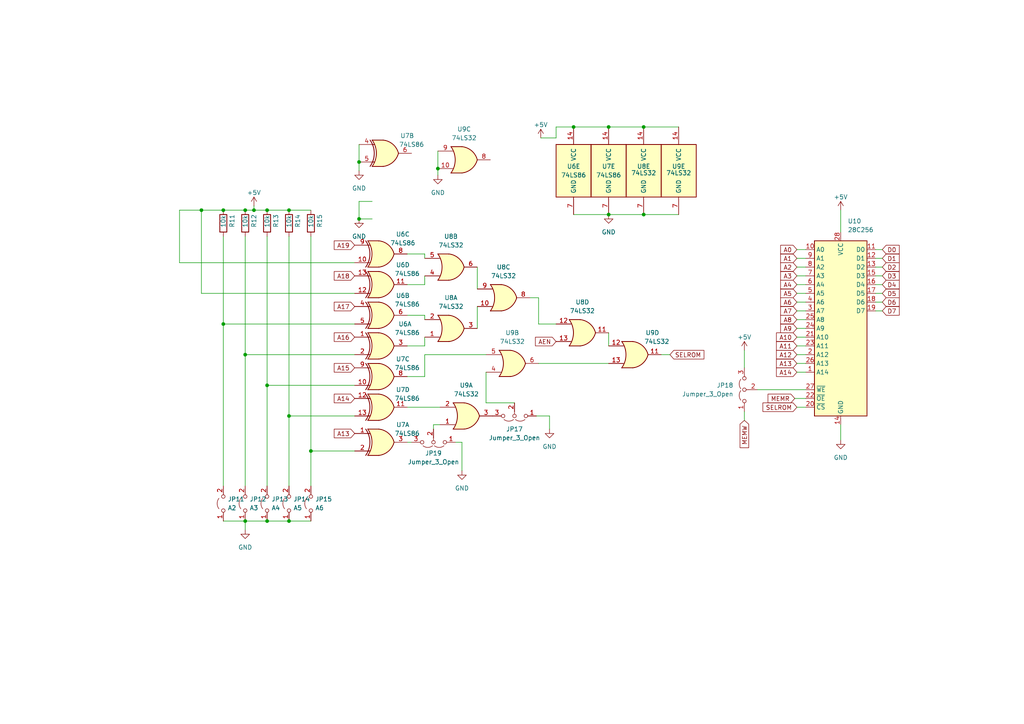
<source format=kicad_sch>
(kicad_sch (version 20230121) (generator eeschema)
  (paper "A4")
  (lib_symbols
    (symbol "74xx:74LS32" (pin_names (offset 1.016))
      (property "Reference" "U" (at 0 1.27 0))
      (property "Value" "74LS32" (at 0 -1.27 0))
      (symbol "74LS32_1_1"
        (arc (start -3.81 -3.81) (mid -2.589 0) (end -3.81 3.81) (stroke (width 0.254)))
        (arc (start -0.6096 -3.81) (mid 2.1855 -2.584) (end 3.81 0) (stroke (width 0.254)) (fill (type background)))
        (polyline (pts (xy -3.81 -3.81) (xy -0.635 -3.81)) (stroke (width 0.254)) (fill (type background)))
        (polyline (pts (xy -3.81 3.81) (xy -0.635 3.81)) (stroke (width 0.254)) (fill (type background)))
        (polyline (pts (xy -0.635 3.81) (xy -3.81 3.81) (xy -3.81 3.81) (xy -3.556 3.4036) (xy -3.0226 2.2606) (xy -2.6924 1.0414) (xy -2.6162 -0.254) (xy -2.7686 -1.4986) (xy -3.175 -2.7178) (xy -3.81 -3.81) (xy -3.81 -3.81) (xy -0.635 -3.81)) (stroke (width -25.4)) (fill (type background)))
        (arc (start 3.81 0) (mid 2.1928 2.5925) (end -0.6096 3.81) (stroke (width 0.254)) (fill (type background)))
        (pin input line (at -7.62 2.54 0) (length 4.318) (name "~") (number "1"))
        (pin input line (at -7.62 -2.54 0) (length 4.318) (name "~") (number "2"))
        (pin output line (at 7.62 0 180) (length 3.81) (name "~") (number "3"))
      )
      (symbol "74LS32_1_2"
        (arc (start 0 -3.81) (mid 3.7934 0) (end 0 3.81) (stroke (width 0.254)) (fill (type background)))
        (polyline (pts (xy 0 3.81) (xy -3.81 3.81) (xy -3.81 -3.81) (xy 0 -3.81)) (stroke (width 0.254)) (fill (type background)))
        (pin input inverted (at -7.62 2.54 0) (length 3.81) (name "~") (number "1"))
        (pin input inverted (at -7.62 -2.54 0) (length 3.81) (name "~") (number "2"))
        (pin output inverted (at 7.62 0 180) (length 3.81) (name "~") (number "3"))
      )
      (symbol "74LS32_2_1"
        (arc (start -3.81 -3.81) (mid -2.589 0) (end -3.81 3.81) (stroke (width 0.254)))
        (arc (start -0.6096 -3.81) (mid 2.1855 -2.584) (end 3.81 0) (stroke (width 0.254)) (fill (type background)))
        (polyline (pts (xy -3.81 -3.81) (xy -0.635 -3.81)) (stroke (width 0.254)) (fill (type background)))
        (polyline (pts (xy -3.81 3.81) (xy -0.635 3.81)) (stroke (width 0.254)) (fill (type background)))
        (polyline (pts (xy -0.635 3.81) (xy -3.81 3.81) (xy -3.81 3.81) (xy -3.556 3.4036) (xy -3.0226 2.2606) (xy -2.6924 1.0414) (xy -2.6162 -0.254) (xy -2.7686 -1.4986) (xy -3.175 -2.7178) (xy -3.81 -3.81) (xy -3.81 -3.81) (xy -0.635 -3.81)) (stroke (width -25.4)) (fill (type background)))
        (arc (start 3.81 0) (mid 2.1928 2.5925) (end -0.6096 3.81) (stroke (width 0.254)) (fill (type background)))
        (pin input line (at -7.62 2.54 0) (length 4.318) (name "~") (number "4"))
        (pin input line (at -7.62 -2.54 0) (length 4.318) (name "~") (number "5"))
        (pin output line (at 7.62 0 180) (length 3.81) (name "~") (number "6"))
      )
      (symbol "74LS32_2_2"
        (arc (start 0 -3.81) (mid 3.7934 0) (end 0 3.81) (stroke (width 0.254)) (fill (type background)))
        (polyline (pts (xy 0 3.81) (xy -3.81 3.81) (xy -3.81 -3.81) (xy 0 -3.81)) (stroke (width 0.254)) (fill (type background)))
        (pin input inverted (at -7.62 2.54 0) (length 3.81) (name "~") (number "4"))
        (pin input inverted (at -7.62 -2.54 0) (length 3.81) (name "~") (number "5"))
        (pin output inverted (at 7.62 0 180) (length 3.81) (name "~") (number "6"))
      )
      (symbol "74LS32_3_1"
        (arc (start -3.81 -3.81) (mid -2.589 0) (end -3.81 3.81) (stroke (width 0.254)))
        (arc (start -0.6096 -3.81) (mid 2.1855 -2.584) (end 3.81 0) (stroke (width 0.254)) (fill (type background)))
        (polyline (pts (xy -3.81 -3.81) (xy -0.635 -3.81)) (stroke (width 0.254)) (fill (type background)))
        (polyline (pts (xy -3.81 3.81) (xy -0.635 3.81)) (stroke (width 0.254)) (fill (type background)))
        (polyline (pts (xy -0.635 3.81) (xy -3.81 3.81) (xy -3.81 3.81) (xy -3.556 3.4036) (xy -3.0226 2.2606) (xy -2.6924 1.0414) (xy -2.6162 -0.254) (xy -2.7686 -1.4986) (xy -3.175 -2.7178) (xy -3.81 -3.81) (xy -3.81 -3.81) (xy -0.635 -3.81)) (stroke (width -25.4)) (fill (type background)))
        (arc (start 3.81 0) (mid 2.1928 2.5925) (end -0.6096 3.81) (stroke (width 0.254)) (fill (type background)))
        (pin input line (at -7.62 -2.54 0) (length 4.318) (name "~") (number "10"))
        (pin output line (at 7.62 0 180) (length 3.81) (name "~") (number "8"))
        (pin input line (at -7.62 2.54 0) (length 4.318) (name "~") (number "9"))
      )
      (symbol "74LS32_3_2"
        (arc (start 0 -3.81) (mid 3.7934 0) (end 0 3.81) (stroke (width 0.254)) (fill (type background)))
        (polyline (pts (xy 0 3.81) (xy -3.81 3.81) (xy -3.81 -3.81) (xy 0 -3.81)) (stroke (width 0.254)) (fill (type background)))
        (pin input inverted (at -7.62 -2.54 0) (length 3.81) (name "~") (number "10"))
        (pin output inverted (at 7.62 0 180) (length 3.81) (name "~") (number "8"))
        (pin input inverted (at -7.62 2.54 0) (length 3.81) (name "~") (number "9"))
      )
      (symbol "74LS32_4_1"
        (arc (start -3.81 -3.81) (mid -2.589 0) (end -3.81 3.81) (stroke (width 0.254)))
        (arc (start -0.6096 -3.81) (mid 2.1855 -2.584) (end 3.81 0) (stroke (width 0.254)) (fill (type background)))
        (polyline (pts (xy -3.81 -3.81) (xy -0.635 -3.81)) (stroke (width 0.254)) (fill (type background)))
        (polyline (pts (xy -3.81 3.81) (xy -0.635 3.81)) (stroke (width 0.254)) (fill (type background)))
        (polyline (pts (xy -0.635 3.81) (xy -3.81 3.81) (xy -3.81 3.81) (xy -3.556 3.4036) (xy -3.0226 2.2606) (xy -2.6924 1.0414) (xy -2.6162 -0.254) (xy -2.7686 -1.4986) (xy -3.175 -2.7178) (xy -3.81 -3.81) (xy -3.81 -3.81) (xy -0.635 -3.81)) (stroke (width -25.4)) (fill (type background)))
        (arc (start 3.81 0) (mid 2.1928 2.5925) (end -0.6096 3.81) (stroke (width 0.254)) (fill (type background)))
        (pin output line (at 7.62 0 180) (length 3.81) (name "~") (number "11"))
        (pin input line (at -7.62 2.54 0) (length 4.318) (name "~") (number "12"))
        (pin input line (at -7.62 -2.54 0) (length 4.318) (name "~") (number "13"))
      )
      (symbol "74LS32_4_2"
        (arc (start 0 -3.81) (mid 3.7934 0) (end 0 3.81) (stroke (width 0.254)) (fill (type background)))
        (polyline (pts (xy 0 3.81) (xy -3.81 3.81) (xy -3.81 -3.81) (xy 0 -3.81)) (stroke (width 0.254)) (fill (type background)))
        (pin output inverted (at 7.62 0 180) (length 3.81) (name "~") (number "11"))
        (pin input inverted (at -7.62 2.54 0) (length 3.81) (name "~") (number "12"))
        (pin input inverted (at -7.62 -2.54 0) (length 3.81) (name "~") (number "13"))
      )
      (symbol "74LS32_5_0"
        (pin power_in line (at 0 12.7 270) (length 5.08) (name "VCC") (number "14"))
        (pin power_in line (at 0 -12.7 90) (length 5.08) (name "GND") (number "7"))
      )
      (symbol "74LS32_5_1"
        (rectangle (start -5.08 7.62) (end 5.08 -7.62) (stroke (width 0.254)) (fill (type background)))
      )
    )
    (symbol "74xx:74LS86" (pin_names (offset 1.016))
      (property "Reference" "U" (at 0 1.27 0))
      (property "Value" "74LS86" (at 0 -1.27 0))
      (symbol "74LS86_1_0"
        (arc (start -4.4196 -3.81) (mid -3.2033 0) (end -4.4196 3.81) (stroke (width 0.254)))
        (arc (start -3.81 -3.81) (mid -2.589 0) (end -3.81 3.81) (stroke (width 0.254)))
        (arc (start -0.6096 -3.81) (mid 2.1855 -2.584) (end 3.81 0) (stroke (width 0.254)) (fill (type background)))
        (polyline (pts (xy -3.81 -3.81) (xy -0.635 -3.81)) (stroke (width 0.254)) (fill (type background)))
        (polyline (pts (xy -3.81 3.81) (xy -0.635 3.81)) (stroke (width 0.254)) (fill (type background)))
        (polyline (pts (xy -0.635 3.81) (xy -3.81 3.81) (xy -3.81 3.81) (xy -3.556 3.4036) (xy -3.0226 2.2606) (xy -2.6924 1.0414) (xy -2.6162 -0.254) (xy -2.7686 -1.4986) (xy -3.175 -2.7178) (xy -3.81 -3.81) (xy -3.81 -3.81) (xy -0.635 -3.81)) (stroke (width -25.4)) (fill (type background)))
        (arc (start 3.81 0) (mid 2.1928 2.5925) (end -0.6096 3.81) (stroke (width 0.254)) (fill (type background)))
        (pin input line (at -7.62 2.54 0) (length 4.445) (name "~") (number "1"))
        (pin input line (at -7.62 -2.54 0) (length 4.445) (name "~") (number "2"))
        (pin output line (at 7.62 0 180) (length 3.81) (name "~") (number "3"))
      )
      (symbol "74LS86_1_1"
        (polyline (pts (xy -3.81 -2.54) (xy -3.175 -2.54)) (stroke (width 0.1524)))
        (polyline (pts (xy -3.81 2.54) (xy -3.175 2.54)) (stroke (width 0.1524)))
      )
      (symbol "74LS86_2_0"
        (arc (start -4.4196 -3.81) (mid -3.2033 0) (end -4.4196 3.81) (stroke (width 0.254)))
        (arc (start -3.81 -3.81) (mid -2.589 0) (end -3.81 3.81) (stroke (width 0.254)))
        (arc (start -0.6096 -3.81) (mid 2.1855 -2.584) (end 3.81 0) (stroke (width 0.254)) (fill (type background)))
        (polyline (pts (xy -3.81 -3.81) (xy -0.635 -3.81)) (stroke (width 0.254)) (fill (type background)))
        (polyline (pts (xy -3.81 3.81) (xy -0.635 3.81)) (stroke (width 0.254)) (fill (type background)))
        (polyline (pts (xy -0.635 3.81) (xy -3.81 3.81) (xy -3.81 3.81) (xy -3.556 3.4036) (xy -3.0226 2.2606) (xy -2.6924 1.0414) (xy -2.6162 -0.254) (xy -2.7686 -1.4986) (xy -3.175 -2.7178) (xy -3.81 -3.81) (xy -3.81 -3.81) (xy -0.635 -3.81)) (stroke (width -25.4)) (fill (type background)))
        (arc (start 3.81 0) (mid 2.1928 2.5925) (end -0.6096 3.81) (stroke (width 0.254)) (fill (type background)))
        (pin input line (at -7.62 2.54 0) (length 4.445) (name "~") (number "4"))
        (pin input line (at -7.62 -2.54 0) (length 4.445) (name "~") (number "5"))
        (pin output line (at 7.62 0 180) (length 3.81) (name "~") (number "6"))
      )
      (symbol "74LS86_2_1"
        (polyline (pts (xy -3.81 -2.54) (xy -3.175 -2.54)) (stroke (width 0.1524)))
        (polyline (pts (xy -3.81 2.54) (xy -3.175 2.54)) (stroke (width 0.1524)))
      )
      (symbol "74LS86_3_0"
        (arc (start -4.4196 -3.81) (mid -3.2033 0) (end -4.4196 3.81) (stroke (width 0.254)))
        (arc (start -3.81 -3.81) (mid -2.589 0) (end -3.81 3.81) (stroke (width 0.254)))
        (arc (start -0.6096 -3.81) (mid 2.1855 -2.584) (end 3.81 0) (stroke (width 0.254)) (fill (type background)))
        (polyline (pts (xy -3.81 -3.81) (xy -0.635 -3.81)) (stroke (width 0.254)) (fill (type background)))
        (polyline (pts (xy -3.81 3.81) (xy -0.635 3.81)) (stroke (width 0.254)) (fill (type background)))
        (polyline (pts (xy -0.635 3.81) (xy -3.81 3.81) (xy -3.81 3.81) (xy -3.556 3.4036) (xy -3.0226 2.2606) (xy -2.6924 1.0414) (xy -2.6162 -0.254) (xy -2.7686 -1.4986) (xy -3.175 -2.7178) (xy -3.81 -3.81) (xy -3.81 -3.81) (xy -0.635 -3.81)) (stroke (width -25.4)) (fill (type background)))
        (arc (start 3.81 0) (mid 2.1928 2.5925) (end -0.6096 3.81) (stroke (width 0.254)) (fill (type background)))
        (pin input line (at -7.62 -2.54 0) (length 4.445) (name "~") (number "10"))
        (pin output line (at 7.62 0 180) (length 3.81) (name "~") (number "8"))
        (pin input line (at -7.62 2.54 0) (length 4.445) (name "~") (number "9"))
      )
      (symbol "74LS86_3_1"
        (polyline (pts (xy -3.81 -2.54) (xy -3.175 -2.54)) (stroke (width 0.1524)))
        (polyline (pts (xy -3.81 2.54) (xy -3.175 2.54)) (stroke (width 0.1524)))
      )
      (symbol "74LS86_4_0"
        (arc (start -4.4196 -3.81) (mid -3.2033 0) (end -4.4196 3.81) (stroke (width 0.254)))
        (arc (start -3.81 -3.81) (mid -2.589 0) (end -3.81 3.81) (stroke (width 0.254)))
        (arc (start -0.6096 -3.81) (mid 2.1855 -2.584) (end 3.81 0) (stroke (width 0.254)) (fill (type background)))
        (polyline (pts (xy -3.81 -3.81) (xy -0.635 -3.81)) (stroke (width 0.254)) (fill (type background)))
        (polyline (pts (xy -3.81 3.81) (xy -0.635 3.81)) (stroke (width 0.254)) (fill (type background)))
        (polyline (pts (xy -0.635 3.81) (xy -3.81 3.81) (xy -3.81 3.81) (xy -3.556 3.4036) (xy -3.0226 2.2606) (xy -2.6924 1.0414) (xy -2.6162 -0.254) (xy -2.7686 -1.4986) (xy -3.175 -2.7178) (xy -3.81 -3.81) (xy -3.81 -3.81) (xy -0.635 -3.81)) (stroke (width -25.4)) (fill (type background)))
        (arc (start 3.81 0) (mid 2.1928 2.5925) (end -0.6096 3.81) (stroke (width 0.254)) (fill (type background)))
        (pin output line (at 7.62 0 180) (length 3.81) (name "~") (number "11"))
        (pin input line (at -7.62 2.54 0) (length 4.445) (name "~") (number "12"))
        (pin input line (at -7.62 -2.54 0) (length 4.445) (name "~") (number "13"))
      )
      (symbol "74LS86_4_1"
        (polyline (pts (xy -3.81 -2.54) (xy -3.175 -2.54)) (stroke (width 0.1524)))
        (polyline (pts (xy -3.81 2.54) (xy -3.175 2.54)) (stroke (width 0.1524)))
      )
      (symbol "74LS86_5_0"
        (pin power_in line (at 0 12.7 270) (length 5.08) (name "VCC") (number "14"))
        (pin power_in line (at 0 -12.7 90) (length 5.08) (name "GND") (number "7"))
      )
      (symbol "74LS86_5_1"
        (rectangle (start -5.08 7.62) (end 5.08 -7.62) (stroke (width 0.254)) (fill (type background)))
      )
    )
    (symbol "Device:R" (pin_numbers hide) (pin_names (offset 0))
      (property "Reference" "R" (at 2.032 0 90))
      (property "Value" "R" (at 0 0 90))
      (symbol "R_0_1"
        (rectangle (start -1.016 -2.54) (end 1.016 2.54) (stroke (width 0.254)))
      )
      (symbol "R_1_1"
        (pin passive line (at 0 3.81 270) (length 1.27) (name "~") (number "1"))
        (pin passive line (at 0 -3.81 90) (length 1.27) (name "~") (number "2"))
      )
    )
    (symbol "Jumper:Jumper_2_Open" (pin_names (offset 0) hide)
      (property "Reference" "JP" (at 0 2.794 0))
      (property "Value" "Jumper_2_Open" (at 0 -2.286 0))
      (symbol "Jumper_2_Open_0_0"
        (circle (center -2.032 0) (radius 0.508))
        (circle (center 2.032 0) (radius 0.508))
      )
      (symbol "Jumper_2_Open_0_1"
        (arc (start 1.524 1.27) (mid 0 1.778) (end -1.524 1.27))
      )
      (symbol "Jumper_2_Open_1_1"
        (pin passive line (at -5.08 0 0) (length 2.54) (name "A") (number "1"))
        (pin passive line (at 5.08 0 180) (length 2.54) (name "B") (number "2"))
      )
    )
    (symbol "Jumper:Jumper_3_Open" (pin_names (offset 0) hide)
      (property "Reference" "JP" (at -2.54 -2.54 0))
      (property "Value" "Jumper_3_Open" (at 0 2.794 0))
      (symbol "Jumper_3_Open_0_0"
        (circle (center -3.302 0) (radius 0.508))
        (circle (center 0 0) (radius 0.508))
        (circle (center 3.302 0) (radius 0.508))
      )
      (symbol "Jumper_3_Open_0_1"
        (arc (start -0.254 1.016) (mid -1.651 1.4992) (end -3.048 1.016))
        (polyline (pts (xy 0 -0.508) (xy 0 -1.27)))
        (arc (start 3.048 1.016) (mid 1.651 1.4992) (end 0.254 1.016))
      )
      (symbol "Jumper_3_Open_1_1"
        (pin passive line (at -6.35 0 0) (length 2.54) (name "A") (number "1"))
        (pin passive line (at 0 -3.81 90) (length 2.54) (name "C") (number "2"))
        (pin passive line (at 6.35 0 180) (length 2.54) (name "B") (number "3"))
      )
    )
    (symbol "Memory_EEPROM:28C256"
      (property "Reference" "U" (at -7.62 26.67 0))
      (property "Value" "28C256" (at 2.54 -26.67 0))
      (symbol "28C256_1_1"
        (rectangle (start -7.62 25.4) (end 7.62 -25.4) (stroke (width 0.254)) (fill (type background)))
        (pin input line (at -10.16 -12.7 0) (length 2.54) (name "A14") (number "1"))
        (pin input line (at -10.16 22.86 0) (length 2.54) (name "A0") (number "10"))
        (pin tri_state line (at 10.16 22.86 180) (length 2.54) (name "D0") (number "11"))
        (pin tri_state line (at 10.16 20.32 180) (length 2.54) (name "D1") (number "12"))
        (pin tri_state line (at 10.16 17.78 180) (length 2.54) (name "D2") (number "13"))
        (pin power_in line (at 0 -27.94 90) (length 2.54) (name "GND") (number "14"))
        (pin tri_state line (at 10.16 15.24 180) (length 2.54) (name "D3") (number "15"))
        (pin tri_state line (at 10.16 12.7 180) (length 2.54) (name "D4") (number "16"))
        (pin tri_state line (at 10.16 10.16 180) (length 2.54) (name "D5") (number "17"))
        (pin tri_state line (at 10.16 7.62 180) (length 2.54) (name "D6") (number "18"))
        (pin tri_state line (at 10.16 5.08 180) (length 2.54) (name "D7") (number "19"))
        (pin input line (at -10.16 -7.62 0) (length 2.54) (name "A12") (number "2"))
        (pin input line (at -10.16 -22.86 0) (length 2.54) (name "~{CS}") (number "20"))
        (pin input line (at -10.16 -2.54 0) (length 2.54) (name "A10") (number "21"))
        (pin input line (at -10.16 -20.32 0) (length 2.54) (name "~{OE}") (number "22"))
        (pin input line (at -10.16 -5.08 0) (length 2.54) (name "A11") (number "23"))
        (pin input line (at -10.16 0 0) (length 2.54) (name "A9") (number "24"))
        (pin input line (at -10.16 2.54 0) (length 2.54) (name "A8") (number "25"))
        (pin input line (at -10.16 -10.16 0) (length 2.54) (name "A13") (number "26"))
        (pin input line (at -10.16 -17.78 0) (length 2.54) (name "~{WE}") (number "27"))
        (pin power_in line (at 0 27.94 270) (length 2.54) (name "VCC") (number "28"))
        (pin input line (at -10.16 5.08 0) (length 2.54) (name "A7") (number "3"))
        (pin input line (at -10.16 7.62 0) (length 2.54) (name "A6") (number "4"))
        (pin input line (at -10.16 10.16 0) (length 2.54) (name "A5") (number "5"))
        (pin input line (at -10.16 12.7 0) (length 2.54) (name "A4") (number "6"))
        (pin input line (at -10.16 15.24 0) (length 2.54) (name "A3") (number "7"))
        (pin input line (at -10.16 17.78 0) (length 2.54) (name "A2") (number "8"))
        (pin input line (at -10.16 20.32 0) (length 2.54) (name "A1") (number "9"))
      )
    )
    (symbol "power:+5V" (power) (pin_names (offset 0))
      (property "Value" "+5V" (at 0 3.556 0))
      (symbol "+5V_0_1"
        (polyline (pts (xy -0.762 1.27) (xy 0 2.54)))
        (polyline (pts (xy 0 0) (xy 0 2.54)))
        (polyline (pts (xy 0 2.54) (xy 0.762 1.27)))
      )
      (symbol "+5V_1_1"
        (pin power_in line (at 0 0 90) (length 0) hide (name "+5V") (number "1"))
      )
    )
    (symbol "power:GND" (power) (pin_names (offset 0))
      (property "Value" "GND" (at 0 -3.81 0))
      (symbol "GND_0_1"
        (polyline (pts (xy 0 0) (xy 0 -1.27) (xy 1.27 -1.27) (xy 0 -2.54) (xy -1.27 -1.27) (xy 0 -1.27)))
      )
      (symbol "GND_1_1"
        (pin power_in line (at 0 0 270) (length 0) hide (name "GND") (number "1"))
      )
    )
  )
  (junction (at 127 48.895))
  (junction (at 71.12 60.96))
  (junction (at 83.82 120.65))
  (junction (at 58.42 60.96))
  (junction (at 71.12 102.87))
  (junction (at 186.69 62.23))
  (junction (at 83.82 60.96))
  (junction (at 77.47 111.76))
  (junction (at 104.14 63.5))
  (junction (at 176.53 36.83))
  (junction (at 64.77 93.98))
  (junction (at 77.47 151.13))
  (junction (at 83.82 151.13))
  (junction (at 73.66 60.96))
  (junction (at 104.14 46.99))
  (junction (at 176.53 62.23))
  (junction (at 166.37 36.83))
  (junction (at 90.17 130.81))
  (junction (at 71.12 151.13))
  (junction (at 64.77 60.96))
  (junction (at 186.69 36.83))
  (junction (at 77.47 60.96))
  (wire (pts (xy 83.82 120.65) (xy 102.87 120.65)))
  (wire (pts (xy 230.505 115.57) (xy 233.68 115.57)))
  (wire (pts (xy 186.69 36.83) (xy 196.85 36.83)))
  (wire (pts (xy 127 48.895) (xy 127 50.8)))
  (wire (pts (xy 71.12 68.58) (xy 71.12 102.87)))
  (wire (pts (xy 133.985 136.525) (xy 133.985 128.27)))
  (wire (pts (xy 83.82 151.13) (xy 90.17 151.13)))
  (wire (pts (xy 52.07 60.96) (xy 52.07 76.2)))
  (wire (pts (xy 125.73 123.19) (xy 127.635 123.19)))
  (wire (pts (xy 77.47 68.58) (xy 77.47 111.76)))
  (wire (pts (xy 58.42 85.09) (xy 102.87 85.09)))
  (wire (pts (xy 90.17 130.81) (xy 90.17 140.97)))
  (wire (pts (xy 77.47 60.96) (xy 83.82 60.96)))
  (wire (pts (xy 231.14 95.25) (xy 233.68 95.25)))
  (wire (pts (xy 254 74.93) (xy 255.905 74.93)))
  (wire (pts (xy 254 82.55) (xy 255.905 82.55)))
  (wire (pts (xy 73.66 59.69) (xy 73.66 60.96)))
  (wire (pts (xy 159.385 120.65) (xy 155.575 120.65)))
  (wire (pts (xy 58.42 60.96) (xy 64.77 60.96)))
  (wire (pts (xy 231.14 90.17) (xy 233.68 90.17)))
  (wire (pts (xy 231.14 80.01) (xy 233.68 80.01)))
  (wire (pts (xy 71.12 151.13) (xy 71.12 153.67)))
  (wire (pts (xy 254 72.39) (xy 255.905 72.39)))
  (wire (pts (xy 64.77 93.98) (xy 64.77 140.97)))
  (wire (pts (xy 156.21 93.98) (xy 156.21 86.36)))
  (wire (pts (xy 161.29 40.005) (xy 161.29 36.83)))
  (wire (pts (xy 104.14 63.5) (xy 107.95 63.5)))
  (wire (pts (xy 90.17 68.58) (xy 90.17 130.81)))
  (wire (pts (xy 71.12 102.87) (xy 102.87 102.87)))
  (wire (pts (xy 123.19 91.44) (xy 118.11 91.44)))
  (wire (pts (xy 219.71 113.03) (xy 233.68 113.03)))
  (wire (pts (xy 215.9 119.38) (xy 215.9 121.92)))
  (wire (pts (xy 254 87.63) (xy 255.905 87.63)))
  (wire (pts (xy 123.19 97.79) (xy 123.19 100.33)))
  (wire (pts (xy 156.21 86.36) (xy 153.67 86.36)))
  (wire (pts (xy 118.11 128.27) (xy 119.38 128.27)))
  (wire (pts (xy 83.82 60.96) (xy 90.17 60.96)))
  (wire (pts (xy 159.385 124.46) (xy 159.385 120.65)))
  (wire (pts (xy 123.19 73.66) (xy 118.11 73.66)))
  (wire (pts (xy 176.53 96.52) (xy 176.53 100.33)))
  (wire (pts (xy 123.19 92.71) (xy 123.19 91.44)))
  (wire (pts (xy 123.19 102.87) (xy 140.97 102.87)))
  (wire (pts (xy 243.84 123.19) (xy 243.84 127.635)))
  (wire (pts (xy 77.47 151.13) (xy 83.82 151.13)))
  (wire (pts (xy 123.19 80.01) (xy 123.19 82.55)))
  (wire (pts (xy 64.77 60.96) (xy 71.12 60.96)))
  (wire (pts (xy 254 90.17) (xy 255.905 90.17)))
  (wire (pts (xy 176.53 62.23) (xy 186.69 62.23)))
  (wire (pts (xy 77.47 111.76) (xy 102.87 111.76)))
  (wire (pts (xy 254 80.01) (xy 255.905 80.01)))
  (wire (pts (xy 118.11 118.11) (xy 127.635 118.11)))
  (wire (pts (xy 83.82 120.65) (xy 83.82 140.97)))
  (wire (pts (xy 73.66 60.96) (xy 77.47 60.96)))
  (wire (pts (xy 83.82 68.58) (xy 83.82 120.65)))
  (wire (pts (xy 58.42 60.96) (xy 58.42 85.09)))
  (wire (pts (xy 166.37 62.23) (xy 176.53 62.23)))
  (wire (pts (xy 138.43 77.47) (xy 138.43 83.82)))
  (wire (pts (xy 138.43 88.9) (xy 138.43 95.25)))
  (wire (pts (xy 71.12 60.96) (xy 73.66 60.96)))
  (wire (pts (xy 166.37 36.83) (xy 176.53 36.83)))
  (wire (pts (xy 231.14 72.39) (xy 233.68 72.39)))
  (wire (pts (xy 104.14 41.91) (xy 104.14 46.99)))
  (wire (pts (xy 161.29 36.83) (xy 166.37 36.83)))
  (wire (pts (xy 133.985 128.27) (xy 132.08 128.27)))
  (wire (pts (xy 64.77 93.98) (xy 102.87 93.98)))
  (wire (pts (xy 194.31 102.87) (xy 191.77 102.87)))
  (wire (pts (xy 123.19 100.33) (xy 118.11 100.33)))
  (wire (pts (xy 231.14 105.41) (xy 233.68 105.41)))
  (wire (pts (xy 123.19 102.87) (xy 123.19 109.22)))
  (wire (pts (xy 104.14 63.5) (xy 104.14 58.42)))
  (wire (pts (xy 123.19 109.22) (xy 118.11 109.22)))
  (wire (pts (xy 64.77 151.13) (xy 71.12 151.13)))
  (wire (pts (xy 254 85.09) (xy 255.905 85.09)))
  (wire (pts (xy 140.97 107.95) (xy 140.97 116.84)))
  (wire (pts (xy 231.14 102.87) (xy 233.68 102.87)))
  (wire (pts (xy 156.845 40.005) (xy 161.29 40.005)))
  (wire (pts (xy 156.21 105.41) (xy 176.53 105.41)))
  (wire (pts (xy 52.07 60.96) (xy 58.42 60.96)))
  (wire (pts (xy 231.14 97.79) (xy 233.68 97.79)))
  (wire (pts (xy 231.14 82.55) (xy 233.68 82.55)))
  (wire (pts (xy 104.14 58.42) (xy 107.95 58.42)))
  (wire (pts (xy 215.9 101.6) (xy 215.9 106.68)))
  (wire (pts (xy 231.14 74.93) (xy 233.68 74.93)))
  (wire (pts (xy 52.07 76.2) (xy 102.87 76.2)))
  (wire (pts (xy 231.14 85.09) (xy 233.68 85.09)))
  (wire (pts (xy 231.14 107.95) (xy 233.68 107.95)))
  (wire (pts (xy 176.53 36.83) (xy 186.69 36.83)))
  (wire (pts (xy 231.14 100.33) (xy 233.68 100.33)))
  (wire (pts (xy 104.14 46.99) (xy 104.14 49.53)))
  (wire (pts (xy 123.19 74.93) (xy 123.19 73.66)))
  (wire (pts (xy 127 43.815) (xy 127 48.895)))
  (wire (pts (xy 231.14 118.11) (xy 233.68 118.11)))
  (wire (pts (xy 77.47 111.76) (xy 77.47 140.97)))
  (wire (pts (xy 71.12 151.13) (xy 77.47 151.13)))
  (wire (pts (xy 123.19 82.55) (xy 118.11 82.55)))
  (wire (pts (xy 186.69 62.23) (xy 196.85 62.23)))
  (wire (pts (xy 90.17 130.81) (xy 102.87 130.81)))
  (wire (pts (xy 231.14 92.71) (xy 233.68 92.71)))
  (wire (pts (xy 125.73 123.19) (xy 125.73 124.46)))
  (wire (pts (xy 64.77 68.58) (xy 64.77 93.98)))
  (wire (pts (xy 254 77.47) (xy 255.905 77.47)))
  (wire (pts (xy 71.12 102.87) (xy 71.12 140.97)))
  (wire (pts (xy 140.97 116.84) (xy 149.225 116.84)))
  (wire (pts (xy 243.84 60.96) (xy 243.84 67.31)))
  (wire (pts (xy 231.14 77.47) (xy 233.68 77.47)))
  (wire (pts (xy 161.29 93.98) (xy 156.21 93.98)))
  (wire (pts (xy 231.14 87.63) (xy 233.68 87.63)))
  (global_label "A7" (shape input) (at 231.14 90.17 180) (property "Intersheetrefs" "${INTERSHEET_REFS}" (effects hide)))
  (global_label "AEN" (shape input) (at 161.29 99.06 180) (property "Intersheetrefs" "${INTERSHEET_REFS}" (effects hide)))
  (global_label "A0" (shape input) (at 231.14 72.39 180) (property "Intersheetrefs" "${INTERSHEET_REFS}" (effects hide)))
  (global_label "A8" (shape input) (at 231.14 92.71 180) (property "Intersheetrefs" "${INTERSHEET_REFS}" (effects hide)))
  (global_label "D7" (shape input) (at 255.905 90.17 0) (property "Intersheetrefs" "${INTERSHEET_REFS}" (effects hide)))
  (global_label "MEMW" (shape input) (at 215.9 121.92 270) (property "Intersheetrefs" "${INTERSHEET_REFS}" (effects hide)))
  (global_label "A13" (shape input) (at 231.14 105.41 180) (property "Intersheetrefs" "${INTERSHEET_REFS}" (effects hide)))
  (global_label "A14" (shape input) (at 231.14 107.95 180) (property "Intersheetrefs" "${INTERSHEET_REFS}" (effects hide)))
  (global_label "A4" (shape input) (at 231.14 82.55 180) (property "Intersheetrefs" "${INTERSHEET_REFS}" (effects hide)))
  (global_label "D2" (shape input) (at 255.905 77.47 0) (property "Intersheetrefs" "${INTERSHEET_REFS}" (effects hide)))
  (global_label "MEMR" (shape input) (at 230.505 115.57 180) (property "Intersheetrefs" "${INTERSHEET_REFS}" (effects hide)))
  (global_label "A18" (shape input) (at 102.87 80.01 180) (property "Intersheetrefs" "${INTERSHEET_REFS}" (effects hide)))
  (global_label "D1" (shape input) (at 255.905 74.93 0) (property "Intersheetrefs" "${INTERSHEET_REFS}" (effects hide)))
  (global_label "D4" (shape input) (at 255.905 82.55 0) (property "Intersheetrefs" "${INTERSHEET_REFS}" (effects hide)))
  (global_label "A9" (shape input) (at 231.14 95.25 180) (property "Intersheetrefs" "${INTERSHEET_REFS}" (effects hide)))
  (global_label "A19" (shape input) (at 102.87 71.12 180) (property "Intersheetrefs" "${INTERSHEET_REFS}" (effects hide)))
  (global_label "A5" (shape input) (at 231.14 85.09 180) (property "Intersheetrefs" "${INTERSHEET_REFS}" (effects hide)))
  (global_label "A1" (shape input) (at 231.14 74.93 180) (property "Intersheetrefs" "${INTERSHEET_REFS}" (effects hide)))
  (global_label "A3" (shape input) (at 231.14 80.01 180) (property "Intersheetrefs" "${INTERSHEET_REFS}" (effects hide)))
  (global_label "A13" (shape input) (at 102.87 125.73 180) (property "Intersheetrefs" "${INTERSHEET_REFS}" (effects hide)))
  (global_label "A6" (shape input) (at 231.14 87.63 180) (property "Intersheetrefs" "${INTERSHEET_REFS}" (effects hide)))
  (global_label "A16" (shape input) (at 102.87 97.79 180) (property "Intersheetrefs" "${INTERSHEET_REFS}" (effects hide)))
  (global_label "SELROM" (shape input) (at 231.14 118.11 180) (property "Intersheetrefs" "${INTERSHEET_REFS}" (effects hide)))
  (global_label "D0" (shape input) (at 255.905 72.39 0) (property "Intersheetrefs" "${INTERSHEET_REFS}" (effects hide)))
  (global_label "A2" (shape input) (at 231.14 77.47 180) (property "Intersheetrefs" "${INTERSHEET_REFS}" (effects hide)))
  (global_label "SELROM" (shape input) (at 194.31 102.87 0) (property "Intersheetrefs" "${INTERSHEET_REFS}" (effects hide)))
  (global_label "A17" (shape input) (at 102.87 88.9 180) (property "Intersheetrefs" "${INTERSHEET_REFS}" (effects hide)))
  (global_label "D5" (shape input) (at 255.905 85.09 0) (property "Intersheetrefs" "${INTERSHEET_REFS}" (effects hide)))
  (global_label "A10" (shape input) (at 231.14 97.79 180) (property "Intersheetrefs" "${INTERSHEET_REFS}" (effects hide)))
  (global_label "D3" (shape input) (at 255.905 80.01 0) (property "Intersheetrefs" "${INTERSHEET_REFS}" (effects hide)))
  (global_label "A14" (shape input) (at 102.87 115.57 180) (property "Intersheetrefs" "${INTERSHEET_REFS}" (effects hide)))
  (global_label "A12" (shape input) (at 231.14 102.87 180) (property "Intersheetrefs" "${INTERSHEET_REFS}" (effects hide)))
  (global_label "D6" (shape input) (at 255.905 87.63 0) (property "Intersheetrefs" "${INTERSHEET_REFS}" (effects hide)))
  (global_label "A11" (shape input) (at 231.14 100.33 180) (property "Intersheetrefs" "${INTERSHEET_REFS}" (effects hide)))
  (global_label "A15" (shape input) (at 102.87 106.68 180) (property "Intersheetrefs" "${INTERSHEET_REFS}" (effects hide)))
  (symbol (lib_id "power:GND") (at 243.84 127.635 0) (unit 1)
    (property "Reference" "#PWR0120" (effects hide))
    (property "Value" "GND" (at 243.84 132.715 0))
  )
  (symbol (lib_id "power:+5V") (at 215.9 101.6 0) (unit 1)
    (property "Reference" "#PWR0117" (effects hide))
    (property "Value" "+5V" (at 215.9 97.79 0))
  )
  (symbol (lib_id "74xx:74LS32") (at 135.255 120.65 0) (mirror x) (unit 1)
    (property "Reference" "U9" (at 135.255 111.76 0))
    (property "Value" "74LS32" (at 135.255 114.3 0))
    (property "Footprint" "Package_DIP:DIP-14_W7.62mm_Socket" (effects hide))
    (property "Datasheet" "http://www.ti.com/lit/gpn/sn74LS32" (effects hide))
  )
  (symbol (lib_id "74xx:74LS32") (at 186.69 49.53 0) (unit 5)
    (property "Reference" "U8" (at 186.69 48.26 0))
    (property "Value" "74LS32" (at 186.69 50.165 0))
    (property "Footprint" "Package_DIP:DIP-14_W7.62mm_Socket" (effects hide))
    (property "Datasheet" "http://www.ti.com/lit/gpn/sn74LS32" (effects hide))
  )
  (symbol (lib_id "power:+5V") (at 156.845 40.005 0) (unit 1)
    (property "Reference" "#PWR0114" (effects hide))
    (property "Value" "+5V" (at 156.845 36.195 0))
  )
  (symbol (lib_id "Jumper:Jumper_2_Open") (at 83.82 146.05 90) (unit 1)
    (property "Reference" "JP14" (at 85.09 144.7799 90) (effects (justify right)))
    (property "Value" "A5" (at 85.09 147.3199 90) (effects (justify right)))
    (property "Footprint" "Connector_PinHeader_2.54mm:PinHeader_1x02_P2.54mm_Vertical" (effects hide))
  )
  (symbol (lib_id "74xx:74LS32") (at 134.62 46.355 0) (unit 3)
    (property "Reference" "U9" (at 134.62 37.465 0))
    (property "Value" "74LS32" (at 134.62 40.005 0))
    (property "Footprint" "Package_DIP:DIP-14_W7.62mm_Socket" (effects hide))
    (property "Datasheet" "http://www.ti.com/lit/gpn/sn74LS32" (effects hide))
  )
  (symbol (lib_id "74xx:74LS86") (at 110.49 109.22 0) (unit 3)
    (property "Reference" "U7" (at 116.84 104.14 0))
    (property "Value" "74LS86" (at 118.11 106.68 0))
    (property "Footprint" "Package_DIP:DIP-14_W7.62mm_Socket" (effects hide))
    (property "Datasheet" "74xx/74ls86.pdf" (effects hide))
  )
  (symbol (lib_id "Device:R") (at 64.77 64.77 0) (unit 1)
    (property "Reference" "R11" (at 67.31 66.04 90) (effects (justify left)))
    (property "Value" "10k" (at 64.77 66.04 90) (effects (justify left)))
    (property "Footprint" "Resistor_THT:R_Axial_DIN0207_L6.3mm_D2.5mm_P7.62mm_Horizontal" (effects hide))
  )
  (symbol (lib_id "power:GND") (at 104.14 63.5 0) (unit 1)
    (property "Reference" "#PWR0113" (effects hide))
    (property "Value" "GND" (at 104.14 68.58 0))
  )
  (symbol (lib_id "power:+5V") (at 73.66 59.69 0) (unit 1)
    (property "Reference" "#PWR0112" (effects hide))
    (property "Value" "+5V" (at 73.66 55.88 0))
  )
  (symbol (lib_id "74xx:74LS32") (at 130.81 95.25 0) (mirror x) (unit 1)
    (property "Reference" "U8" (at 130.81 86.36 0))
    (property "Value" "74LS32" (at 130.81 88.9 0))
    (property "Footprint" "Package_DIP:DIP-14_W7.62mm_Socket" (effects hide))
    (property "Datasheet" "http://www.ti.com/lit/gpn/sn74LS32" (effects hide))
  )
  (symbol (lib_id "74xx:74LS86") (at 110.49 128.27 0) (unit 1)
    (property "Reference" "U7" (at 116.84 123.19 0))
    (property "Value" "74LS86" (at 118.11 125.73 0))
    (property "Footprint" "Package_DIP:DIP-14_W7.62mm_Socket" (effects hide))
    (property "Datasheet" "74xx/74ls86.pdf" (effects hide))
  )
  (symbol (lib_id "Device:R") (at 71.12 64.77 0) (unit 1)
    (property "Reference" "R12" (at 73.66 66.04 90) (effects (justify left)))
    (property "Value" "10k" (at 71.12 66.04 90) (effects (justify left)))
    (property "Footprint" "Resistor_THT:R_Axial_DIN0207_L6.3mm_D2.5mm_P7.62mm_Horizontal" (effects hide))
  )
  (symbol (lib_id "Jumper:Jumper_2_Open") (at 71.12 146.05 90) (unit 1)
    (property "Reference" "JP12" (at 72.39 144.7799 90) (effects (justify right)))
    (property "Value" "A3" (at 72.39 147.3199 90) (effects (justify right)))
    (property "Footprint" "Connector_PinHeader_2.54mm:PinHeader_1x02_P2.54mm_Vertical" (effects hide))
  )
  (symbol (lib_id "Jumper:Jumper_2_Open") (at 77.47 146.05 90) (unit 1)
    (property "Reference" "JP13" (at 78.74 144.7799 90) (effects (justify right)))
    (property "Value" "A4" (at 78.74 147.3199 90) (effects (justify right)))
    (property "Footprint" "Connector_PinHeader_2.54mm:PinHeader_1x02_P2.54mm_Vertical" (effects hide))
  )
  (symbol (lib_id "power:GND") (at 176.53 62.23 0) (unit 1)
    (property "Reference" "#PWR0116" (effects hide))
    (property "Value" "GND" (at 176.53 67.31 0))
  )
  (symbol (lib_id "74xx:74LS86") (at 110.49 91.44 0) (unit 2)
    (property "Reference" "U6" (at 116.84 85.725 0))
    (property "Value" "74LS86" (at 118.11 88.265 0))
    (property "Footprint" "Package_DIP:DIP-14_W7.62mm_Socket" (effects hide))
    (property "Datasheet" "74xx/74ls86.pdf" (effects hide))
  )
  (symbol (lib_id "74xx:74LS32") (at 130.81 77.47 0) (mirror x) (unit 2)
    (property "Reference" "U8" (at 130.81 68.58 0))
    (property "Value" "74LS32" (at 130.81 71.12 0))
    (property "Footprint" "Package_DIP:DIP-14_W7.62mm_Socket" (effects hide))
    (property "Datasheet" "http://www.ti.com/lit/gpn/sn74LS32" (effects hide))
  )
  (symbol (lib_id "74xx:74LS32") (at 168.91 96.52 0) (unit 4)
    (property "Reference" "U8" (at 168.91 87.63 0))
    (property "Value" "74LS32" (at 168.91 90.17 0))
    (property "Footprint" "Package_DIP:DIP-14_W7.62mm_Socket" (effects hide))
    (property "Datasheet" "http://www.ti.com/lit/gpn/sn74LS32" (effects hide))
  )
  (symbol (lib_id "74xx:74LS86") (at 110.49 118.11 0) (unit 4)
    (property "Reference" "U7" (at 116.84 113.03 0))
    (property "Value" "74LS86" (at 118.11 115.57 0))
    (property "Footprint" "Package_DIP:DIP-14_W7.62mm_Socket" (effects hide))
    (property "Datasheet" "74xx/74ls86.pdf" (effects hide))
  )
  (symbol (lib_id "power:+5V") (at 243.84 60.96 0) (unit 1)
    (property "Reference" "#PWR0119" (effects hide))
    (property "Value" "+5V" (at 243.84 57.15 0))
  )
  (symbol (lib_id "Jumper:Jumper_2_Open") (at 90.17 146.05 90) (unit 1)
    (property "Reference" "JP15" (at 91.44 144.7799 90) (effects (justify right)))
    (property "Value" "A6" (at 91.44 147.3199 90) (effects (justify right)))
    (property "Footprint" "Connector_PinHeader_2.54mm:PinHeader_1x02_P2.54mm_Vertical" (effects hide))
  )
  (symbol (lib_id "74xx:74LS32") (at 184.15 102.87 0) (unit 4)
    (property "Reference" "U9" (at 189.23 96.52 0))
    (property "Value" "74LS32" (at 190.5 99.06 0))
    (property "Footprint" "Package_DIP:DIP-14_W7.62mm_Socket" (effects hide))
    (property "Datasheet" "http://www.ti.com/lit/gpn/sn74LS32" (effects hide))
  )
  (symbol (lib_id "Device:R") (at 90.17 64.77 0) (unit 1)
    (property "Reference" "R15" (at 92.71 66.04 90) (effects (justify left)))
    (property "Value" "10k" (at 90.17 66.04 90) (effects (justify left)))
    (property "Footprint" "Resistor_THT:R_Axial_DIN0207_L6.3mm_D2.5mm_P7.62mm_Horizontal" (effects hide))
  )
  (symbol (lib_id "74xx:74LS32") (at 146.05 86.36 0) (unit 3)
    (property "Reference" "U8" (at 146.05 77.47 0))
    (property "Value" "74LS32" (at 146.05 80.01 0))
    (property "Footprint" "Package_DIP:DIP-14_W7.62mm_Socket" (effects hide))
    (property "Datasheet" "http://www.ti.com/lit/gpn/sn74LS32" (effects hide))
  )
  (symbol (lib_id "Device:R") (at 77.47 64.77 0) (unit 1)
    (property "Reference" "R13" (at 80.01 66.04 90) (effects (justify left)))
    (property "Value" "10k" (at 77.47 66.04 90) (effects (justify left)))
    (property "Footprint" "Resistor_THT:R_Axial_DIN0207_L6.3mm_D2.5mm_P7.62mm_Horizontal" (effects hide))
  )
  (symbol (lib_id "74xx:74LS86") (at 176.53 49.53 0) (unit 5)
    (property "Reference" "U7" (at 176.53 48.26 0))
    (property "Value" "74LS86" (at 176.53 50.8 0))
    (property "Footprint" "Package_DIP:DIP-14_W7.62mm_Socket" (effects hide))
    (property "Datasheet" "74xx/74ls86.pdf" (effects hide))
  )
  (symbol (lib_id "power:GND") (at 127 50.8 0) (unit 1)
    (property "Reference" "#PWR02" (effects hide))
    (property "Value" "GND" (at 127 55.88 0))
  )
  (symbol (lib_id "Jumper:Jumper_3_Open") (at 149.225 120.65 180) (unit 1)
    (property "Reference" "JP17" (at 149.225 124.46 0))
    (property "Value" "Jumper_3_Open" (at 149.225 127 0))
    (property "Footprint" "Connector_PinHeader_2.54mm:PinHeader_1x03_P2.54mm_Vertical" (effects hide))
  )
  (symbol (lib_id "74xx:74LS86") (at 110.49 82.55 0) (mirror x) (unit 4)
    (property "Reference" "U6" (at 116.84 76.835 0))
    (property "Value" "74LS86" (at 118.11 79.375 0))
    (property "Footprint" "Package_DIP:DIP-14_W7.62mm_Socket" (effects hide))
    (property "Datasheet" "74xx/74ls86.pdf" (effects hide))
  )
  (symbol (lib_id "Device:R") (at 83.82 64.77 0) (unit 1)
    (property "Reference" "R14" (at 86.36 66.04 90) (effects (justify left)))
    (property "Value" "10k" (at 83.82 66.04 90) (effects (justify left)))
    (property "Footprint" "Resistor_THT:R_Axial_DIN0207_L6.3mm_D2.5mm_P7.62mm_Horizontal" (effects hide))
  )
  (symbol (lib_id "Jumper:Jumper_3_Open") (at 125.73 128.27 180) (unit 1)
    (property "Reference" "JP19" (at 125.73 131.445 0))
    (property "Value" "Jumper_3_Open" (at 125.73 133.985 0))
    (property "Footprint" "Connector_PinHeader_2.54mm:PinHeader_1x03_P2.54mm_Vertical" (effects hide))
  )
  (symbol (lib_id "Jumper:Jumper_2_Open") (at 64.77 146.05 90) (unit 1)
    (property "Reference" "JP11" (at 66.04 144.7799 90) (effects (justify right)))
    (property "Value" "A2" (at 66.04 147.3199 90) (effects (justify right)))
    (property "Footprint" "Connector_PinHeader_2.54mm:PinHeader_1x02_P2.54mm_Vertical" (effects hide))
  )
  (symbol (lib_id "Jumper:Jumper_3_Open") (at 215.9 113.03 90) (unit 1)
    (property "Reference" "JP18" (at 212.725 111.7599 90) (effects (justify left)))
    (property "Value" "Jumper_3_Open" (at 212.725 114.2999 90) (effects (justify left)))
    (property "Footprint" "Connector_PinHeader_2.54mm:PinHeader_1x03_P2.54mm_Vertical" (effects hide))
  )
  (symbol (lib_id "74xx:74LS86") (at 111.76 44.45 0) (unit 2)
    (property "Reference" "U7" (at 118.11 39.37 0))
    (property "Value" "74LS86" (at 119.38 41.91 0))
    (property "Footprint" "Package_DIP:DIP-14_W7.62mm_Socket" (effects hide))
    (property "Datasheet" "74xx/74ls86.pdf" (effects hide))
  )
  (symbol (lib_id "74xx:74LS86") (at 110.49 100.33 0) (unit 1)
    (property "Reference" "U6" (at 117.475 93.98 0))
    (property "Value" "74LS86" (at 118.11 96.52 0))
    (property "Footprint" "Package_DIP:DIP-14_W7.62mm_Socket" (effects hide))
    (property "Datasheet" "74xx/74ls86.pdf" (effects hide))
  )
  (symbol (lib_id "74xx:74LS86") (at 110.49 73.66 0) (unit 3)
    (property "Reference" "U6" (at 116.84 67.945 0))
    (property "Value" "74LS86" (at 116.84 70.485 0))
    (property "Footprint" "Package_DIP:DIP-14_W7.62mm_Socket" (effects hide))
    (property "Datasheet" "74xx/74ls86.pdf" (effects hide))
  )
  (symbol (lib_id "Memory_EEPROM:28C256") (at 243.84 95.25 0) (unit 1)
    (property "Reference" "U10" (at 245.8594 64.135 0) (effects (justify left)))
    (property "Value" "28C256" (at 245.8594 66.675 0) (effects (justify left)))
    (property "Footprint" "Package_DIP:DIP-28_W15.24mm_Socket" (effects hide))
    (property "Datasheet" "http://ww1.microchip.com/downloads/en/DeviceDoc/doc0006.pdf" (effects hide))
  )
  (symbol (lib_id "power:GND") (at 104.14 49.53 0) (unit 1)
    (property "Reference" "#PWR01" (effects hide))
    (property "Value" "GND" (at 104.14 54.61 0))
  )
  (symbol (lib_id "power:GND") (at 71.12 153.67 0) (unit 1)
    (property "Reference" "#PWR0115" (effects hide))
    (property "Value" "GND" (at 71.12 158.75 0))
  )
  (symbol (lib_id "74xx:74LS86") (at 166.37 49.53 0) (unit 5)
    (property "Reference" "U6" (at 166.37 48.26 0))
    (property "Value" "74LS86" (at 166.37 50.8 0))
    (property "Footprint" "Package_DIP:DIP-14_W7.62mm_Socket" (effects hide))
    (property "Datasheet" "74xx/74ls86.pdf" (effects hide))
  )
  (symbol (lib_id "74xx:74LS32") (at 196.85 49.53 0) (unit 5)
    (property "Reference" "U9" (at 196.85 48.26 0))
    (property "Value" "74LS32" (at 196.85 50.165 0))
    (property "Footprint" "Package_DIP:DIP-14_W7.62mm_Socket" (effects hide))
    (property "Datasheet" "http://www.ti.com/lit/gpn/sn74LS32" (effects hide))
  )
  (symbol (lib_id "power:GND") (at 159.385 124.46 0) (unit 1)
    (property "Reference" "#PWR0118" (effects hide))
    (property "Value" "GND" (at 159.385 129.54 0))
  )
  (symbol (lib_id "power:GND") (at 133.985 136.525 0) (unit 1)
    (property "Reference" "#PWR0121" (effects hide))
    (property "Value" "GND" (at 133.985 141.605 0))
  )
  (symbol (lib_id "74xx:74LS32") (at 148.59 105.41 0) (mirror x) (unit 2)
    (property "Reference" "U9" (at 148.59 96.52 0))
    (property "Value" "74LS32" (at 148.59 99.06 0))
    (property "Footprint" "Package_DIP:DIP-14_W7.62mm_Socket" (effects hide))
    (property "Datasheet" "http://www.ti.com/lit/gpn/sn74LS32" (effects hide))
  )
)
</source>
